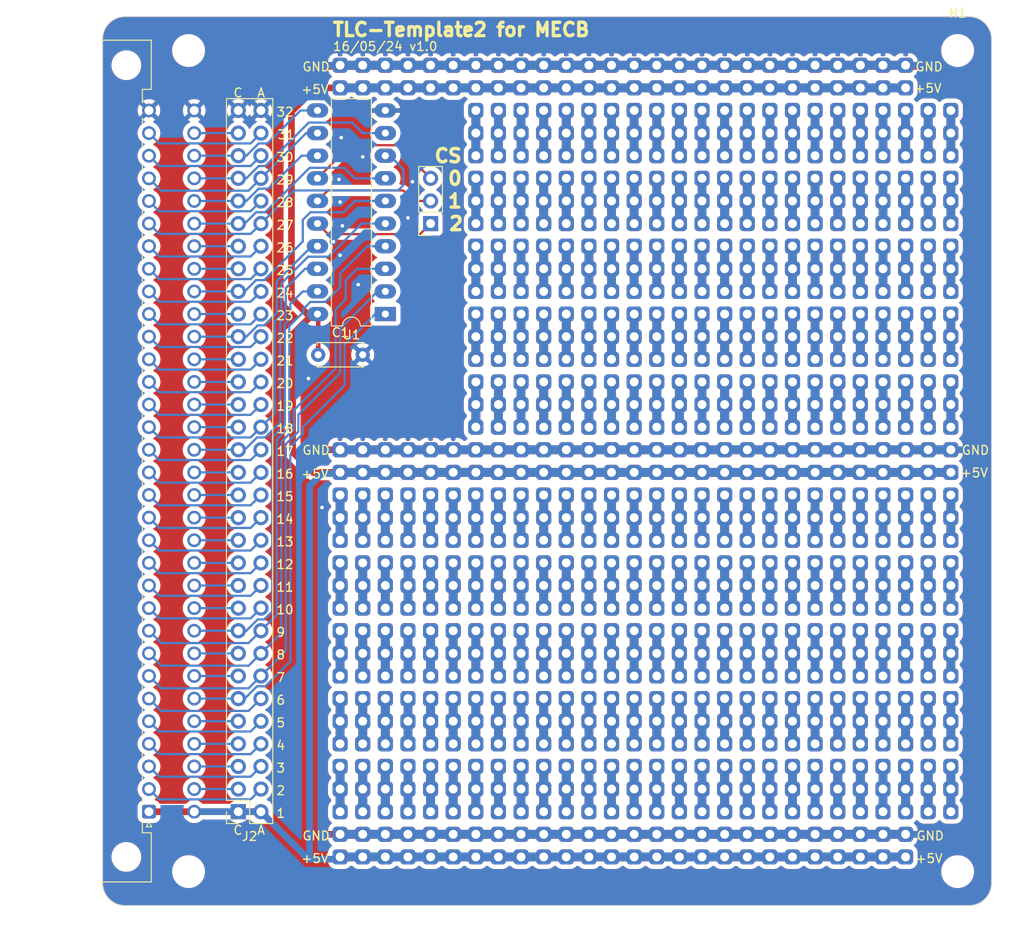
<source format=kicad_pcb>
(kicad_pcb (version 20221018) (generator pcbnew)
  (title_block (title "TLC-Template2 for MECB") (date "16/05/24") (rev "1.0") (company "TLC Stuff"))
  (layers (0 "F.Cu" signal) (31 "B.Cu" signal) (34 "B.Paste" user) (35 "F.Paste" user) (36 "B.SilkS" user "B.Silkscreen") (37 "F.SilkS" user "F.Silkscreen") (38 "B.Mask" user) (39 "F.Mask" user) (44 "Edge.Cuts" user))
  (net 0 "")
  (net 1 "GND")
  (net 2 "+5V")
  (net 3 "ECB_D5")
  (net 4 "ECB_D6")
  (net 5 "ECB_CLK")
  (net 6 "ECB_D3")
  (net 7 "ECB_D4")
  (net 8 "ECB_A2")
  (net 9 "ECB_A4")
  (net 10 "ECB_A5")
  (net 11 "ECB_A6")
  (net 12 "ECB_A14")
  (net 13 "ECB_~{IORQ}")
  (net 14 "ECB_A13")
  (net 15 "ECB_A9")
  (net 16 "ECB_D0")
  (net 17 "ECB_D7")
  (net 18 "ECB_D2")
  (net 19 "ECB_A0")
  (net 20 "ECB_A3")
  (net 21 "ECB_A1")
  (net 22 "ECB_A8")
  (net 23 "ECB_A7")
  (net 24 "ECB_D1")
  (net 25 "ECB_A11")
  (net 26 "ECB_A10")
  (net 27 "ECB_~{NMI}")
  (net 28 "ECB_~{INT}")
  (net 29 "ECB_~{WR}")
  (net 30 "ECB_~{RD}")
  (net 31 "ECB_A12")
  (net 32 "ECB_A15")
  (net 33 "ECB_~{MREQ}")
  (net 34 "ECB_~{RESET}")
  (net 35 "ECB_~{WAIT}")
  (net 36 "ECB_~{BUSRQ}")
  (net 37 "ECB_BA1")
  (net 38 "ECB_DEPR3")
  (net 39 "ECB_A19")
  (net 40 "ECB_DEPR2")
  (net 41 "ECB_A30")
  (net 42 "ECB_BAO")
  (net 43 "ECB_DEPR1")
  (net 44 "ECB_M1")
  (net 45 "ECB_A22")
  (net 46 "ECB_A23")
  (net 47 "ECB_IQ0")
  (net 48 "ECB_VBAT")
  (net 49 "ECB_IQ1")
  (net 50 "ECB_IQ2")
  (net 51 "ECB_~{RFSH}")
  (net 52 "ECB_~{BUSAK}")
  (net 53 "ECB_RESOUT")
  (net 54 "ECB_HALT")
  (net 55 "ECB_A20")
  (net 56 "ECB_A21")
  (net 57 "ECB_IEO")
  (net 58 "ECB_A31")
  (net 59 "ECB_A18")
  (net 60 "ECB_A17")
  (net 61 "ECB_IEI")
  (net 62 "ECB_A16")
  (net 63 "Net-(J9-Pin_1)")
  (net 64 "~{CS2}")
  (net 65 "~{CS1}")
  (net 66 "~{CS0}")
  (footprint "MountingHole:MountingHole_3.2mm_M3" (layer "F.Cu") (at 192.532 50.419)
    (fp_text reference "H1")
    (fp_text value "MountingHole")
  )
  (footprint "MountingHole:MountingHole_3.2mm_M3" (layer "F.Cu") (at 192.532 142.621)
    (fp_text reference "H2" hide)
    (fp_text value "MountingHole")
  )
  (footprint "MountingHole:MountingHole_3.2mm_M3" (layer "F.Cu") (at 106.172 50.419)
    (fp_text reference "H3" hide)
    (fp_text value "MountingHole")
  )
  (footprint "MountingHole:MountingHole_3.2mm_M3" (layer "F.Cu") (at 106.172 142.621)
    (fp_text reference "H4" hide)
    (fp_text value "MountingHole")
  )
  (footprint "Connector_PinSocket_2.54mm:PinSocket_2x32_P2.54mm_Vertical" (layer "F.Cu") (at 111.76 135.89 180)
    (fp_text reference "J2")
    (fp_text value "Conn_02x32_Row_Letter_First")
  )
  (footprint "TLC_Stuff:GRID_15" (layer "F.Cu") (at 143.51 74.93 90)
    (fp_text reference "J9" hide)
    (fp_text value "Conn_01x15" hide)
  )
  (footprint "Connector_PinSocket_2.54mm:PinSocket_1x03_P2.54mm_Vertical" (layer "F.Cu") (at 133.35 69.85 180)
    (fp_text reference "J10" hide)
    (fp_text value "Conn_01x03" hide)
  )
  (footprint "TLC_Stuff:GRID_15" (layer "F.Cu") (at 128.27 118.11 90)
    (fp_text reference "J9" hide)
    (fp_text value "Conn_01x15" hide)
  )
  (footprint "MyCustomFootprintLibrary:DIN41612_C_2x32_C64AC_Male_Horizontal_THT" (layer "F.Cu") (at 101.727 135.89 90)
    (fp_text reference "J1" hide)
    (fp_text value "MECB_64AC")
  )
  (footprint "TLC_Stuff:GRID_26" (layer "F.Cu") (at 146.05 52.07 90)
    (fp_text reference "J3" hide)
    (fp_text value "Conn_01x26" hide)
  )
  (footprint "TLC_Stuff:GRID_15" (layer "F.Cu") (at 153.67 74.93 90)
    (fp_text reference "J9" hide)
    (fp_text value "Conn_01x15" hide)
  )
  (footprint "TLC_Stuff:GRID_28" (layer "F.Cu") (at 148.59 95.25 90)
    (fp_text reference "J8" hide)
    (fp_text value "Conn_01x32" hide)
  )
  (footprint "TLC_Stuff:GRID_15" (layer "F.Cu") (at 163.83 118.11 90)
    (fp_text reference "J9" hide)
    (fp_text value "Conn_01x15" hide)
  )
  (footprint "TLC_Stuff:GRID_15" (layer "F.Cu") (at 186.69 118.11 90)
    (fp_text reference "J9" hide)
    (fp_text value "Conn_01x15" hide)
  )
  (footprint "TLC_Stuff:GRID_15" (layer "F.Cu") (at 179.07 74.93 90)
    (fp_text reference "J9" hide)
    (fp_text value "Conn_01x15" hide)
  )
  (footprint "TLC_Stuff:GRID_28" (layer "F.Cu") (at 148.59 97.79 90)
    (fp_text reference "J7" hide)
    (fp_text value "Conn_01x32" hide)
  )
  (footprint "TLC_Stuff:GRID_15" (layer "F.Cu") (at 138.43 118.11 90)
    (fp_text reference "J9" hide)
    (fp_text value "Conn_01x15" hide)
  )
  (footprint "TLC_Stuff:GRID_15" (layer "F.Cu") (at 146.05 118.11 90)
    (fp_text reference "J9" hide)
    (fp_text value "Conn_01x15" hide)
  )
  (footprint "TLC_Stuff:GRID_15" (layer "F.Cu") (at 166.37 118.11 90)
    (fp_text reference "J9" hide)
    (fp_text value "Conn_01x15" hide)
  )
  (footprint "TLC_Stuff:GRID_15" (layer "F.Cu") (at 153.67 118.11 90)
    (fp_text reference "J9" hide)
    (fp_text value "Conn_01x15" hide)
  )
  (footprint "TLC_Stuff:GRID_15" (layer "F.Cu") (at 189.23 74.93 90)
    (fp_text reference "J9" hide)
    (fp_text value "Conn_01x15" hide)
  )
  (footprint "TLC_Stuff:GRID_15" (layer "F.Cu") (at 140.97 118.11 90)
    (fp_text reference "J9" hide)
    (fp_text value "Conn_01x15" hide)
  )
  (footprint "TLC_Stuff:GRID_15" (layer "F.Cu") (at 130.81 118.11 90)
    (fp_text reference "J9" hide)
    (fp_text value "Conn_01x15" hide)
  )
  (footprint "TLC_Stuff:GRID_15" (layer "F.Cu") (at 143.51 118.11 90)
    (fp_text reference "J9" hide)
    (fp_text value "Conn_01x15" hide)
  )
  (footprint "TLC_Stuff:GRID_15" (layer "F.Cu") (at 181.61 118.11 90)
    (fp_text reference "J9" hide)
    (fp_text value "Conn_01x15" hide)
  )
  (footprint "TLC_Stuff:GRID_15" (layer "F.Cu") (at 171.45 118.11 90)
    (fp_text reference "J9" hide)
    (fp_text value "Conn_01x15" hide)
  )
  (footprint "TLC_Stuff:GRID_15" (layer "F.Cu") (at 176.53 118.11 90)
    (fp_text reference "J9" hide)
    (fp_text value "Conn_01x15" hide)
  )
  (footprint "TLC_Stuff:GRID_15" (layer "F.Cu") (at 191.77 118.11 90)
    (fp_text reference "J9" hide)
    (fp_text value "Conn_01x15" hide)
  )
  (footprint "TLC_Stuff:GRID_15" (layer "F.Cu") (at 158.75 118.11 90)
    (fp_text reference "J9" hide)
    (fp_text value "Conn_01x15" hide)
  )
  (footprint "TLC_Stuff:GRID_15" (layer "F.Cu") (at 173.99 118.11 90)
    (fp_text reference "J9" hide)
    (fp_text value "Conn_01x15" hide)
  )
  (footprint "TLC_Stuff:GRID_15" (layer "F.Cu") (at 138.43 74.93 90)
    (fp_text reference "J9" hide)
    (fp_text value "Conn_01x15" hide)
  )
  (footprint "TLC_Stuff:GRID_15" (layer "F.Cu") (at 166.37 74.93 90)
    (fp_text reference "J9" hide)
    (fp_text value "Conn_01x15" hide)
  )
  (footprint "TLC_Stuff:GRID_15" (layer "F.Cu") (at 191.77 74.93 90)
    (fp_text reference "J9" hide)
    (fp_text value "Conn_01x15" hide)
  )
  (footprint "TLC_Stuff:GRID_15" (layer "F.Cu") (at 179.07 118.11 90)
    (fp_text reference "J9" hide)
    (fp_text value "Conn_01x15" hide)
  )
  (footprint "TLC_Stuff:GRID_15" (layer "F.Cu") (at 176.53 74.93 90)
    (fp_text reference "J9" hide)
    (fp_text value "Conn_01x15" hide)
  )
  (footprint "TLC_Stuff:GRID_15" (layer "F.Cu") (at 186.69 74.93 90)
    (fp_text reference "J9" hide)
    (fp_text value "Conn_01x15" hide)
  )
  (footprint "Capacitor_THT:C_Disc_D5.0mm_W2.5mm_P5.00mm" (layer "F.Cu") (at 120.73 84.582)
    (fp_text reference "C1")
    (fp_text value "100nF")
  )
  (footprint "TLC_Stuff:GRID_26" (layer "F.Cu") (at 146.05 54.61 90)
    (fp_text reference "J5" hide)
    (fp_text value "Conn_01x26" hide)
  )
  (footprint "TLC_Stuff:GRID_15" (layer "F.Cu") (at 146.05 74.93 90)
    (fp_text reference "J9" hide)
    (fp_text value "Conn_01x15" hide)
  )
  (footprint "TLC_Stuff:GRID_15" (layer "F.Cu") (at 135.89 118.11 90)
    (fp_text reference "J9" hide)
    (fp_text value "Conn_01x15" hide)
  )
  (footprint "TLC_Stuff:GRID_15" (layer "F.Cu") (at 168.91 118.11 90)
    (fp_text reference "J9" hide)
    (fp_text value "Conn_01x15" hide)
  )
  (footprint "TLC_Stuff:GRID_15" (layer "F.Cu") (at 163.83 74.93 90)
    (fp_text reference "J9" hide)
    (fp_text value "Conn_01x15" hide)
  )
  (footprint "TLC_Stuff:GRID_15" (layer "F.Cu") (at 151.13 74.93 90)
    (fp_text reference "J9" hide)
    (fp_text value "Conn_01x15" hide)
  )
  (footprint "TLC_Stuff:GRID_15" (layer "F.Cu") (at 184.15 74.93 90)
    (fp_text reference "J9" hide)
    (fp_text value "Conn_01x15" hide)
  )
  (footprint "TLC_Stuff:GRID_15" (layer "F.Cu") (at 168.91 74.93 90)
    (fp_text reference "J9" hide)
    (fp_text value "Conn_01x15" hide)
  )
  (footprint "TLC_Stuff:GRID_15" (layer "F.Cu") (at 123.19 118.11 90)
    (fp_text reference "J9" hide)
    (fp_text value "Conn_01x15" hide)
  )
  (footprint "TLC_Stuff:GRID_15" (layer "F.Cu") (at 173.99 74.93 90)
    (fp_text reference "J9" hide)
    (fp_text value "Conn_01x15" hide)
  )
  (footprint "TLC_Stuff:GRID_15" (layer "F.Cu") (at 171.45 74.93 90)
    (fp_text reference "J9" hide)
    (fp_text value "Conn_01x15" hide)
  )
  (footprint "TLC_Stuff:GRID_15" (layer "F.Cu") (at 161.29 118.11 90)
    (fp_text reference "J9" hide)
    (fp_text value "Conn_01x15" hide)
  )
  (footprint "TLC_Stuff:GRID_15" (layer "F.Cu") (at 181.61 74.93 90)
    (fp_text reference "J9" hide)
    (fp_text value "Conn_01x15" hide)
  )
  (footprint "TLC_Stuff:GRID_15" (layer "F.Cu") (at 156.21 118.11 90)
    (fp_text reference "J9" hide)
    (fp_text value "Conn_01x15" hide)
  )
  (footprint "TLC_Stuff:GRID_15" (layer "F.Cu") (at 125.73 118.11 90)
    (fp_text reference "J9" hide)
    (fp_text value "Conn_01x15" hide)
  )
  (footprint "TLC_Stuff:GRID_15" (layer "F.Cu") (at 184.15 118.11 90)
    (fp_text reference "J9" hide)
    (fp_text value "Conn_01x15" hide)
  )
  (footprint "Package_DIP:DIP-20_W7.62mm_LongPads" (layer "F.Cu") (at 128.27 80.01 180)
    (fp_text reference "U1")
    (fp_text value "GAL16V8")
  )
  (footprint "TLC_Stuff:GRID_15" (layer "F.Cu") (at 161.29 74.93 90)
    (fp_text reference "J9" hide)
    (fp_text value "Conn_01x15" hide)
  )
  (footprint "TLC_Stuff:GRID_15" (layer "F.Cu") (at 151.13 118.11 90)
    (fp_text reference "J9" hide)
    (fp_text value "Conn_01x15" hide)
  )
  (footprint "TLC_Stuff:GRID_15" (layer "F.Cu") (at 133.35 118.11 90)
    (fp_text reference "J9" hide)
    (fp_text value "Conn_01x15" hide)
  )
  (footprint "TLC_Stuff:GRID_15" (layer "F.Cu") (at 140.97 74.93 90)
    (fp_text reference "J9" hide)
    (fp_text value "Conn_01x15" hide)
  )
  (footprint "TLC_Stuff:GRID_15" (layer "F.Cu") (at 156.21 74.93 90)
    (fp_text reference "J9" hide)
    (fp_text value "Conn_01x15" hide)
  )
  (footprint "TLC_Stuff:GRID_15" (layer "F.Cu") (at 158.75 74.93 90)
    (fp_text reference "J9" hide)
    (fp_text value "Conn_01x15" hide)
  )
  (footprint "TLC_Stuff:GRID_26" (layer "F.Cu") (at 146.05 140.97 90)
    (fp_text reference "J6" hide)
    (fp_text value "Conn_01x26" hide)
  )
  (footprint "TLC_Stuff:GRID_15" (layer "F.Cu") (at 148.59 74.93 90)
    (fp_text reference "J9" hide)
    (fp_text value "Conn_01x15" hide)
  )
  (footprint "TLC_Stuff:GRID_15" (layer "F.Cu") (at 189.23 118.11 90)
    (fp_text reference "J9" hide)
    (fp_text value "Conn_01x15" hide)
  )
  (footprint "TLC_Stuff:GRID_26" (layer "F.Cu") (at 146.05 138.43 90)
    (fp_text reference "J4" hide)
    (fp_text value "Conn_01x26" hide)
  )
  (footprint "TLC_Stuff:GRID_15" (layer "F.Cu") (at 148.59 118.11 90)
    (fp_text reference "J9" hide)
    (fp_text value "Conn_01x15" hide)
  )
  (gr_arc (start 196.342 143.891) (mid 195.598051 145.687051) (end 193.802 146.431) (stroke (width 0.1)) (layer "Edge.Cuts"))
  (gr_line (start 193.802 46.609) (end 99.06 46.609) (stroke (width 0.1)) (layer "Edge.Cuts"))
  (gr_arc (start 193.802 46.609) (mid 195.598051 47.352949) (end 196.342 49.149) (stroke (width 0.1)) (layer "Edge.Cuts"))
  (gr_line (start 196.342 143.891) (end 196.342 49.149) (stroke (width 0.1)) (layer "Edge.Cuts"))
  (gr_line (start 99.06 146.431) (end 193.802 146.431) (stroke (width 0.1)) (layer "Edge.Cuts"))
  (gr_arc (start 96.52 49.149) (mid 97.263949 47.352949) (end 99.06 46.609) (stroke (width 0.1)) (layer "Edge.Cuts"))
  (gr_line (start 96.52 49.149) (end 96.52 143.891) (stroke (width 0.1)) (layer "Edge.Cuts"))
  (gr_arc (start 99.06 146.431) (mid 97.263949 145.687051) (end 96.52 143.891) (stroke (width 0.1)) (layer "Edge.Cuts"))
  (gr_text "21" (at 115.951 85.852) (layer "F.SilkS") (effects (font (size 1 1)) (justify left bottom)))
  (gr_text "C" (at 111.125 138.557) (layer "F.SilkS") (effects (font (size 1 1)) (justify left bottom)))
  (gr_text "8" (at 115.951 118.872) (layer "F.SilkS") (effects (font (size 1 1)) (justify left bottom)))
  (gr_text "20" (at 115.951 88.392) (layer "F.SilkS") (effects (font (size 1 1)) (justify left bottom)))
  (gr_text "25" (at 115.951 75.692) (layer "F.SilkS") (effects (font (size 1 1)) (justify left bottom)))
  (gr_text "32" (at 115.951 57.912) (layer "F.SilkS") (effects (font (size 1 1)) (justify left bottom)))
  (gr_text "16/05/24 v1.0" (at 122.301 50.546) (layer "F.SilkS") (effects (font (size 1 1)) (justify left bottom)))
  (gr_text "2" (at 115.951 134.112) (layer "F.SilkS") (effects (font (size 1 1)) (justify left bottom)))
  (gr_text "16" (at 115.951 98.552) (layer "F.SilkS") (effects (font (size 1 1)) (justify left bottom)))
  (gr_text "13" (at 115.951 106.172) (layer "F.SilkS") (effects (font (size 1 1)) (justify left bottom)))
  (gr_text "1" (at 115.951 136.652) (layer "F.SilkS") (effects (font (size 1 1)) (justify left bottom)))
  (gr_text "A" (at 113.792 55.753) (layer "F.SilkS") (effects (font (size 1 1)) (justify left bottom)))
  (gr_text "0" (at 135.128 65.659) (layer "F.SilkS") (effects (font (size 1.5 1.5) (thickness 0.375) bold) (justify left bottom)))
  (gr_text "1" (at 135.128 68.199) (layer "F.SilkS") (effects (font (size 1.5 1.5) (thickness 0.375) bold) (justify left bottom)))
  (gr_text "+5V" (at 187.579 55.245) (layer "F.SilkS") (effects (font (size 1 1)) (justify left bottom)))
  (gr_text "10" (at 115.951 113.792) (layer "F.SilkS") (effects (font (size 1 1)) (justify left bottom)))
  (gr_text "GND" (at 187.706 52.832) (layer "F.SilkS") (effects (font (size 1 1)) (justify left bottom)))
  (gr_text "22" (at 115.951 83.312) (layer "F.SilkS") (effects (font (size 1 1)) (justify left bottom)))
  (gr_text "12" (at 115.951 108.712) (layer "F.SilkS") (effects (font (size 1 1)) (justify left bottom)))
  (gr_text "24" (at 115.951 78.232) (layer "F.SilkS") (effects (font (size 1 1)) (justify left bottom)))
  (gr_text "9" (at 115.951 116.332) (layer "F.SilkS") (effects (font (size 1 1)) (justify left bottom)))
  (gr_text "+5V" (at 118.745 98.552) (layer "F.SilkS") (effects (font (size 1 1)) (justify left bottom)))
  (gr_text "5" (at 115.951 126.492) (layer "F.SilkS") (effects (font (size 1 1)) (justify left bottom)))
  (gr_text "+5V" (at 118.745 141.732) (layer "F.SilkS") (effects (font (size 1 1)) (justify left bottom)))
  (gr_text "A" (at 113.792 138.557) (layer "F.SilkS") (effects (font (size 1 1)) (justify left bottom)))
  (gr_text "TLC-Template2 for MECB" (at 122.174 48.95) (layer "F.SilkS") (effects (font (size 1.5 1.5) (thickness 0.375) bold) (justify left bottom)))
  (gr_text "6" (at 115.951 123.952) (layer "F.SilkS") (effects (font (size 1 1)) (justify left bottom)))
  (gr_text "2" (at 135.255 70.739) (layer "F.SilkS") (effects (font (size 1.5 1.5) (thickness 0.375) bold) (justify left bottom)))
  (gr_text "17" (at 115.951 96.012) (layer "F.SilkS") (effects (font (size 1 1)) (justify left bottom)))
  (gr_text "19" (at 115.951 90.932) (layer "F.SilkS") (effects (font (size 1 1)) (justify left bottom)))
  (gr_text "C" (at 111.125 55.753) (layer "F.SilkS") (effects (font (size 1 1)) (justify left bottom)))
  (gr_text "4" (at 115.951 129.032) (layer "F.SilkS") (effects (font (size 1 1)) (justify left bottom)))
  (gr_text "+5V" (at 118.745 55.372) (layer "F.SilkS") (effects (font (size 1 1)) (justify left bottom)))
  (gr_text "3" (at 115.951 131.572) (layer "F.SilkS") (effects (font (size 1 1)) (justify left bottom)))
  (gr_text "31" (at 116.078 60.452) (layer "F.SilkS") (effects (font (size 1 1)) (justify left bottom)))
  (gr_text "11" (at 115.951 111.252) (layer "F.SilkS") (effects (font (size 1 1)) (justify left bottom)))
  (gr_text "GND" (at 118.872 139.192) (layer "F.SilkS") (effects (font (size 1 1)) (justify left bottom)))
  (gr_text "30" (at 115.951 62.992) (layer "F.SilkS") (effects (font (size 1 1)) (justify left bottom)))
  (gr_text "27" (at 115.951 70.612) (layer "F.SilkS") (effects (font (size 1 1)) (justify left bottom)))
  (gr_text "+5V" (at 192.786 98.425) (layer "F.SilkS") (effects (font (size 1 1)) (justify left bottom)))
  (gr_text "GND" (at 187.833 139.192) (layer "F.SilkS") (effects (font (size 1 1)) (justify left bottom)))
  (gr_text "GND" (at 192.913 95.885) (layer "F.SilkS") (effects (font (size 1 1)) (justify left bottom)))
  (gr_text "28" (at 115.951 68.072) (layer "F.SilkS") (effects (font (size 1 1)) (justify left bottom)))
  (gr_text "18" (at 115.951 93.472) (layer "F.SilkS") (effects (font (size 1 1)) (justify left bottom)))
  (gr_text "29" (at 115.951 65.532) (layer "F.SilkS") (effects (font (size 1 1)) (justify left bottom)))
  (gr_text "+5V" (at 187.706 141.732) (layer "F.SilkS") (effects (font (size 1 1)) (justify left bottom)))
  (gr_text "14" (at 115.951 103.632) (layer "F.SilkS") (effects (font (size 1 1)) (justify left bottom)))
  (gr_text "15" (at 115.951 101.092) (layer "F.SilkS") (effects (font (size 1 1)) (justify left bottom)))
  (gr_text "CS" (at 133.604 63.119) (layer "F.SilkS") (effects (font (size 1.5 1.5) (thickness 0.375) bold) (justify left bottom)))
  (gr_text "7" (at 115.951 121.412) (layer "F.SilkS") (effects (font (size 1 1)) (justify left bottom)))
  (gr_text "23" (at 115.951 80.772) (layer "F.SilkS") (effects (font (size 1 1)) (justify left bottom)))
  (gr_text "GND" (at 118.872 52.832) (layer "F.SilkS") (effects (font (size 1 1)) (justify left bottom)))
  (gr_text "26" (at 115.951 73.152) (layer "F.SilkS") (effects (font (size 1 1)) (justify left bottom)))
  (gr_text "GND" (at 118.872 95.885) (layer "F.SilkS") (effects (font (size 1 1)) (justify left bottom)))
  (segment (start 121.031 138.43) (end 120.904 138.303) (width 0.254) (layer "F.Cu") (net 1))
  (segment (start 189.23 95.25) (end 193.929 95.25) (width 0.75) (layer "F.Cu") (net 1))
  (segment (start 189.103 52.197) (end 189.103 52.451) (width 0.254) (layer "F.Cu") (net 1))
  (segment (start 192.024 138.43) (end 121.031 138.43) (width 0.75) (layer "F.Cu") (net 1))
  (segment (start 120.396 52.197) (end 189.103 52.197) (width 0.75) (layer "F.Cu") (net 1))
  (segment (start 120.904 95.25) (end 120.777 95.123) (width 0.254) (layer "F.Cu") (net 1))
  (segment (start 125.73 95.25) (end 120.904 95.25) (width 0.75) (layer "F.Cu") (net 1))
  (via (at 123.317 60.198) (size 0.8) (drill 0.4) (layers "F.Cu" "B.Cu") (net 1))
  (via (at 119.634 87.249) (size 0.8) (drill 0.4) (layers "F.Cu" "B.Cu") (net 1))
  (via (at 121.158 101.727) (size 0.8) (drill 0.4) (layers "F.Cu" "B.Cu") (net 1))
  (via (at 123.19 73.406) (size 0.8) (drill 0.4) (layers "F.Cu" "B.Cu") (net 1))
  (via (at 123.063 64.897) (size 0.8) (drill 0.4) (layers "F.Cu" "B.Cu") (net 1))
  (via (at 125.222 76.708) (size 0.8) (drill 0.4) (layers "F.Cu" "B.Cu") (net 1))
  (via (at 123.444 70.104) (size 0.8) (drill 0.4) (layers "F.Cu" "B.Cu") (net 1))
  (via (at 130.81 69.215) (size 0.8) (drill 0.4) (layers "F.Cu" "B.Cu") (net 1))
  (via (at 122.428 71.882) (size 0.8) (drill 0.4) (layers "F.Cu" "B.Cu") (net 1))
  (via (at 131.318 65.151) (size 0.8) (drill 0.4) (layers "F.Cu" "B.Cu") (net 1))
  (via (at 125.73 62.357) (size 0.8) (drill 0.4) (layers "F.Cu" "B.Cu") (net 1))
  (via (at 123.19 67.437) (size 0.8) (drill 0.4) (layers "F.Cu" "B.Cu") (net 1))
  (segment (start 121.502791 55.753) (end 115.697 55.753) (width 0.508) (layer "B.Cu") (net 1))
  (segment (start 121.539 52.07) (end 188.849 52.07) (width 0.75) (layer "B.Cu") (net 1))
  (segment (start 111.887 52.07) (end 121.539 52.07) (width 0.508) (layer "B.Cu") (net 1))
  (segment (start 190.5 95.25) (end 193.802 95.25) (width 0.75) (layer "B.Cu") (net 1))
  (segment (start 120.65 52.07) (end 121.539 52.07) (width 0.75) (layer "B.Cu") (net 1))
  (segment (start 188.849 52.07) (end 188.976 51.943) (width 0.254) (layer "B.Cu") (net 1))
  (segment (start 128.27 57.15) (end 122.899791 57.15) (width 0.508) (layer "B.Cu") (net 1))
  (segment (start 122.899791 57.15) (end 121.502791 55.753) (width 0.508) (layer "B.Cu") (net 1))
  (segment (start 106.807 57.15) (end 111.887 52.07) (width 0.508) (layer "B.Cu") (net 1))
  (segment (start 115.697 55.753) (end 114.3 57.15) (width 0.508) (layer "B.Cu") (net 1))
  (segment (start 184.023 138.43) (end 188.849 138.43) (width 0.75) (layer "B.Cu") (net 1))
  (segment (start 120.396 54.61) (end 117.729 57.277) (width 0.75) (layer "F.Cu") (net 2))
  (segment (start 106.807 135.89) (end 111.76 135.89) (width 0.75) (layer "F.Cu") (net 2))
  (segment (start 120.142 80.01) (end 117.856 82.296) (width 0.75) (layer "F.Cu") (net 2))
  (segment (start 120.73 80.09) (end 120.65 80.01) (width 0.508) (layer "F.Cu") (net 2))
  (segment (start 117.729 57.277) (end 117.729 78.232) (width 0.75) (layer "F.Cu") (net 2))
  (segment (start 117.729 78.232) (end 119.507 80.01) (width 0.75) (layer "F.Cu") (net 2))
  (segment (start 120.73 84.582) (end 120.73 80.09) (width 0.508) (layer "F.Cu") (net 2))
  (segment (start 120.396 54.61) (end 122.174 54.61) (width 0.75) (layer "F.Cu") (net 2))
  (segment (start 120.142 97.79) (end 123.19 97.79) (width 0.75) (layer "F.Cu") (net 2))
  (segment (start 120.65 80.01) (end 120.142 80.01) (width 0.75) (layer "F.Cu") (net 2))
  (segment (start 111.76 135.89) (end 114.3 135.89) (width 0.75) (layer "F.Cu") (net 2))
  (segment (start 101.727 135.89) (end 106.807 135.89) (width 0.75) (layer "F.Cu") (net 2))
  (segment (start 119.507 80.01) (end 120.65 80.01) (width 0.75) (layer "F.Cu") (net 2))
  (segment (start 117.856 82.296) (end 117.856 95.504) (width 0.75) (layer "F.Cu") (net 2))
  (segment (start 117.856 95.504) (end 120.142 97.79) (width 0.75) (layer "F.Cu") (net 2))
  (segment (start 114.3 135.89) (end 119.634 141.224) (width 0.75) (layer "B.Cu") (net 2))
  (segment (start 119.761 99.314) (end 121.158 97.917) (width 0.75) (layer "B.Cu") (net 2))
  (segment (start 121.158 97.917) (end 122.047 97.917) (width 0.75) (layer "B.Cu") (net 2))
  (segment (start 119.761 141.224) (end 119.761 99.314) (width 0.75) (layer "B.Cu") (net 2))
  (segment (start 122.047 97.917) (end 122.174 97.917) (width 0.75) (layer "B.Cu") (net 2))
  (segment (start 119.761 141.224) (end 122.307 141.224) (width 0.75) (layer "B.Cu") (net 2))
  (segment (start 106.807 135.89) (end 114.3 135.89) (width 0.75) (layer "B.Cu") (net 2))
  (segment (start 119.634 141.224) (end 119.761 141.224) (width 0.75) (layer "B.Cu") (net 2))
  (segment (start 101.727 133.35) (end 102.883 134.506) (width 0.254) (layer "B.Cu") (net 3))
  (segment (start 102.883 134.506) (end 113.144 134.506) (width 0.254) (layer "B.Cu") (net 3))
  (segment (start 113.144 134.506) (end 114.3 133.35) (width 0.254) (layer "B.Cu") (net 3))
  (segment (start 113.144 131.966) (end 114.3 130.81) (width 0.254) (layer "B.Cu") (net 4))
  (segment (start 101.727 130.81) (end 102.883 131.966) (width 0.254) (layer "B.Cu") (net 4))
  (segment (start 102.883 131.966) (end 113.144 131.966) (width 0.254) (layer "B.Cu") (net 4))
  (segment (start 124.549 58.509) (end 125.73 59.69) (width 0.254) (layer "B.Cu") (net 5))
  (segment (start 111.76 64.77) (end 106.807 64.77) (width 0.254) (layer "B.Cu") (net 5))
  (segment (start 119.672 58.509) (end 124.549 58.509) (width 0.254) (layer "B.Cu") (net 5))
  (segment (start 125.73 59.69) (end 128.27 59.69) (width 0.254) (layer "B.Cu") (net 5))
  (segment (start 114.795 63.386) (end 119.672 58.509) (width 0.254) (layer "B.Cu") (net 5))
  (segment (start 112.665169 64.77) (end 114.049169 63.386) (width 0.254) (layer "B.Cu") (net 5))
  (segment (start 111.76 64.77) (end 112.665169 64.77) (width 0.254) (layer "B.Cu") (net 5))
  (segment (start 114.049169 63.386) (end 114.795 63.386) (width 0.254) (layer "B.Cu") (net 5))
  (segment (start 101.727 128.27) (end 102.883 129.426) (width 0.254) (layer "B.Cu") (net 6))
  (segment (start 113.144 129.426) (end 114.3 128.27) (width 0.254) (layer "B.Cu") (net 6))
  (segment (start 102.883 129.426) (end 113.144 129.426) (width 0.254) (layer "B.Cu") (net 6))
  (segment (start 102.883 126.886) (end 113.144 126.886) (width 0.254) (layer "B.Cu") (net 7))
  (segment (start 113.144 126.886) (end 114.3 125.73) (width 0.254) (layer "B.Cu") (net 7))
  (segment (start 101.727 125.73) (end 102.883 126.886) (width 0.254) (layer "B.Cu") (net 7))
  (segment (start 101.727 123.19) (end 103.111 124.574) (width 0.254) (layer "B.Cu") (net 8))
  (segment (start 103.111 124.574) (end 112.916 124.574) (width 0.254) (layer "B.Cu") (net 8))
  (segment (start 112.916 124.574) (end 114.3 123.19) (width 0.254) (layer "B.Cu") (net 8))
  (segment (start 118.502836 93.206164) (end 118.502836 91.313) (width 0.254) (layer "B.Cu") (net 9))
  (segment (start 123.19 81.661) (end 127.381 77.47) (width 0.254) (layer "B.Cu") (net 9))
  (segment (start 117.094 94.615) (end 118.502836 93.206164) (width 0.254) (layer "B.Cu") (net 9))
  (segment (start 114.3 120.65) (end 117.094 117.856) (width 0.254) (layer "B.Cu") (net 9))
  (segment (start 118.502836 91.313) (end 123.19 86.625836) (width 0.254) (layer "B.Cu") (net 9))
  (segment (start 101.727 120.65) (end 103.111 122.034) (width 0.254) (layer "B.Cu") (net 9))
  (segment (start 103.111 122.034) (end 112.916 122.034) (width 0.254) (layer "B.Cu") (net 9))
  (segment (start 117.094 117.856) (end 117.094 94.615) (width 0.254) (layer "B.Cu") (net 9))
  (segment (start 112.916 122.034) (end 114.3 120.65) (width 0.254) (layer "B.Cu") (net 9))
  (segment (start 123.19 86.625836) (end 123.19 81.661) (width 0.254) (layer "B.Cu") (net 9))
  (segment (start 127.381 77.47) (end 128.27 77.47) (width 0.254) (layer "B.Cu") (net 9))
  (segment (start 117.994836 90.805) (end 122.682 86.117836) (width 0.254) (layer "B.Cu") (net 10))
  (segment (start 112.916 119.494) (end 114.3 118.11) (width 0.254) (layer "B.Cu") (net 10))
  (segment (start 114.3 118.11) (end 116.586 115.824) (width 0.254) (layer "B.Cu") (net 10))
  (segment (start 123.825 76.2) (end 125.095 74.93) (width 0.254) (layer "B.Cu") (net 10))
  (segment (start 116.586 94.361) (end 117.994836 92.952164) (width 0.254) (layer "B.Cu") (net 10))
  (segment (start 122.682 86.117836) (end 122.682 79.502) (width 0.254) (layer "B.Cu") (net 10))
  (segment (start 117.994836 92.952164) (end 117.994836 90.805) (width 0.254) (layer "B.Cu") (net 10))
  (segment (start 122.682 79.502) (end 123.825 78.359) (width 0.254) (layer "B.Cu") (net 10))
  (segment (start 125.095 74.93) (end 128.27 74.93) (width 0.254) (layer "B.Cu") (net 10))
  (segment (start 116.586 115.824) (end 116.586 94.361) (width 0.254) (layer "B.Cu") (net 10))
  (segment (start 101.727 118.11) (end 103.111 119.494) (width 0.254) (layer "B.Cu") (net 10))
  (segment (start 103.111 119.494) (end 112.916 119.494) (width 0.254) (layer "B.Cu") (net 10))
  (segment (start 123.825 78.359) (end 123.825 76.2) (width 0.254) (layer "B.Cu") (net 10))
  (segment (start 121.539186 78.651) (end 123.19 77.000186) (width 0.254) (layer "B.Cu") (net 11))
  (segment (start 119.069 79.781256) (end 119.069 79.432) (width 0.254) (layer "B.Cu") (net 11))
  (segment (start 116.078 113.792) (end 116.078 94.107) (width 0.254) (layer "B.Cu") (net 11))
  (segment (start 119.069 79.432) (end 119.85 78.651) (width 0.254) (layer "B.Cu") (net 11))
  (segment (start 103.111 116.954) (end 112.916 116.954) (width 0.254) (layer "B.Cu") (net 11))
  (segment (start 126.238 72.39) (end 128.27 72.39) (width 0.254) (layer "B.Cu") (net 11))
  (segment (start 119.85 78.651) (end 121.539186 78.651) (width 0.254) (layer "B.Cu") (net 11))
  (segment (start 117.486836 92.698164) (end 117.486835 81.363421) (width 0.254) (layer "B.Cu") (net 11))
  (segment (start 101.727 115.57) (end 103.111 116.954) (width 0.254) (layer "B.Cu") (net 11))
  (segment (start 123.19 77.000186) (end 123.19 75.438) (width 0.254) (layer "B.Cu") (net 11))
  (segment (start 116.078 94.107) (end 117.486836 92.698164) (width 0.254) (layer "B.Cu") (net 11))
  (segment (start 117.486835 81.363421) (end 119.069 79.781256) (width 0.254) (layer "B.Cu") (net 11))
  (segment (start 123.19 75.438) (end 126.238 72.39) (width 0.254) (layer "B.Cu") (net 11))
  (segment (start 114.3 115.57) (end 116.078 113.792) (width 0.254) (layer "B.Cu") (net 11))
  (segment (start 112.916 116.954) (end 114.3 115.57) (width 0.254) (layer "B.Cu") (net 11))
  (segment (start 119.596 73.571) (end 121.882 73.571) (width 0.254) (layer "B.Cu") (net 12))
  (segment (start 115.857626 91.152374) (end 115.857626 80.805625) (width 0.254) (layer "B.Cu") (net 12))
  (segment (start 101.727 92.71) (end 102.883 93.866) (width 0.254) (layer "B.Cu") (net 12))
  (segment (start 115.857626 80.805625) (end 116.586 80.077251) (width 0.254) (layer "B.Cu") (net 12))
  (segment (start 125.603 69.85) (end 128.27 69.85) (width 0.254) (layer "B.Cu") (net 12))
  (segment (start 114.3 92.71) (end 115.857626 91.152374) (width 0.254) (layer "B.Cu") (net 12))
  (segment (start 121.882 73.571) (end 125.603 69.85) (width 0.254) (layer "B.Cu") (net 12))
  (segment (start 116.586 76.581) (end 119.596 73.571) (width 0.254) (layer "B.Cu") (net 12))
  (segment (start 113.144 93.866) (end 114.3 92.71) (width 0.254) (layer "B.Cu") (net 12))
  (segment (start 102.883 93.866) (end 113.144 93.866) (width 0.254) (layer "B.Cu") (net 12))
  (segment (start 116.586 80.077251) (end 116.586 76.581) (width 0.254) (layer "B.Cu") (net 12))
  (segment (start 128.778 62.23) (end 128.27 62.23) (width 0.254) (layer "B.Cu") (net 13))
  (segment (start 130.302 65.532) (end 130.302 63.754) (width 0.254) (layer "B.Cu") (net 13))
  (segment (start 113.144 71.006) (end 114.3 69.85) (width 0.254) (layer "B.Cu") (net 13))
  (segment (start 129.705 66.129) (end 130.302 65.532) (width 0.254) (layer "B.Cu") (net 13))
  (segment (start 130.302 63.754) (end 128.778 62.23) (width 0.254) (layer "B.Cu") (net 13))
  (segment (start 114.3 69.85) (end 118.021 66.129) (width 0.254) (layer "B.Cu") (net 13))
  (segment (start 101.727 69.85) (end 102.883 71.006) (width 0.254) (layer "B.Cu") (net 13))
  (segment (start 118.021 66.129) (end 129.705 66.129) (width 0.254) (layer "B.Cu") (net 13))
  (segment (start 102.883 71.006) (end 113.144 71.006) (width 0.254) (layer "B.Cu") (net 13))
  (segment (start 114.3 64.77) (end 119.38 59.69) (width 0.254) (layer "B.Cu") (net 14))
  (segment (start 119.38 59.69) (end 120.65 59.69) (width 0.254) (layer "B.Cu") (net 14))
  (segment (start 101.727 64.77) (end 103.111 66.154) (width 0.254) (layer "B.Cu") (net 14))
  (segment (start 103.111 66.154) (end 112.916 66.154) (width 0.254) (layer "B.Cu") (net 14))
  (segment (start 112.916 66.154) (end 114.3 64.77) (width 0.254) (layer "B.Cu") (net 14))
  (segment (start 102.883 63.386) (end 113.144 63.386) (width 0.254) (layer "B.Cu") (net 15))
  (segment (start 101.727 62.23) (end 102.883 63.386) (width 0.254) (layer "B.Cu") (net 15))
  (segment (start 113.144 63.386) (end 114.3 62.23) (width 0.254) (layer "B.Cu") (net 15))
  (segment (start 111.76 133.35) (end 106.807 133.35) (width 0.254) (layer "B.Cu") (net 16))
  (segment (start 106.807 130.81) (end 111.76 130.81) (width 0.254) (layer "B.Cu") (net 17))
  (segment (start 111.76 128.27) (end 106.807 128.27) (width 0.254) (layer "B.Cu") (net 18))
  (segment (start 106.807 125.73) (end 111.76 125.73) (width 0.254) (layer "B.Cu") (net 19))
  (segment (start 117.602 118.999) (end 117.602 94.869) (width 0.254) (layer "B.Cu") (net 20))
  (segment (start 123.698 83.439) (end 127.127 80.01) (width 0.254) (layer "B.Cu") (net 20))
  (segment (start 127.127 80.01) (end 128.27 80.01) (width 0.254) (layer "B.Cu") (net 20))
  (segment (start 123.698 88.022836) (end 123.698 83.439) (width 0.254) (layer "B.Cu") (net 20))
  (segment (start 113.86242 121.806) (end 114.795 121.806) (width 0.254) (layer "B.Cu") (net 20))
  (segment (start 119.010836 93.460164) (end 119.010836 92.71) (width 0.254) (layer "B.Cu") (net 20))
  (segment (start 119.010836 92.71) (end 123.698 88.022836) (width 0.254) (layer "B.Cu") (net 20))
  (segment (start 117.602 94.869) (end 119.010836 93.460164) (width 0.254) (layer "B.Cu") (net 20))
  (segment (start 114.795 121.806) (end 117.602 118.999) (width 0.254) (layer "B.Cu") (net 20))
  (segment (start 111.76 123.19) (end 106.807 123.19) (width 0.254) (layer "B.Cu") (net 20))
  (segment (start 111.76 123.19) (end 112.47842 123.19) (width 0.254) (layer "B.Cu") (net 20))
  (segment (start 112.47842 123.19) (end 113.86242 121.806) (width 0.254) (layer "B.Cu") (net 20))
  (segment (start 106.807 120.65) (end 111.76 120.65) (width 0.254) (layer "B.Cu") (net 21))
  (segment (start 111.76 118.11) (end 106.807 118.11) (width 0.254) (layer "B.Cu") (net 22))
  (segment (start 116.978836 81.153) (end 117.602 80.529836) (width 0.254) (layer "B.Cu") (net 23))
  (segment (start 115.57 113.411) (end 115.57 93.853) (width 0.254) (layer "B.Cu") (net 23))
  (segment (start 117.602 80.529836) (end 117.602 78.867) (width 0.254) (layer "B.Cu") (net 23))
  (segment (start 117.602 78.867) (end 118.999 77.47) (width 0.254) (layer "B.Cu") (net 23))
  (segment (start 115.57 93.853) (end 116.978836 92.444164) (width 0.254) (layer "B.Cu") (net 23))
  (segment (start 114.681 114.3) (end 115.57 113.411) (width 0.254) (layer "B.Cu") (net 23))
  (segment (start 118.999 77.47) (end 120.65 77.47) (width 0.254) (layer "B.Cu") (net 23))
  (segment (start 113.935169 114.3) (end 114.681 114.3) (width 0.254) (layer "B.Cu") (net 23))
  (segment (start 111.76 115.57) (end 112.665169 115.57) (width 0.254) (layer "B.Cu") (net 23))
  (segment (start 116.978836 92.444164) (end 116.978836 81.153) (width 0.254) (layer "B.Cu") (net 23))
  (segment (start 106.807 115.57) (end 111.76 115.57) (width 0.254) (layer "B.Cu") (net 23))
  (segment (start 112.665169 115.57) (end 113.935169 114.3) (width 0.254) (layer "B.Cu") (net 23))
  (segment (start 106.807 102.87) (end 111.76 102.87) (width 0.254) (layer "B.Cu") (net 24))
  (segment (start 106.807 95.25) (end 111.76 95.25) (width 0.254) (layer "B.Cu") (net 25))
  (segment (start 117.094 80.287671) (end 117.094 77.089) (width 0.254) (layer "B.Cu") (net 25))
  (segment (start 112.47842 95.25) (end 113.86242 93.866) (width 0.254) (layer "B.Cu") (net 25))
  (segment (start 117.094 77.089) (end 119.253 74.93) (width 0.254) (layer "B.Cu") (net 25))
  (segment (start 111.76 95.25) (end 112.47842 95.25) (width 0.254) (layer "B.Cu") (net 25))
  (segment (start 116.470836 80.910835) (end 117.094 80.287671) (width 0.254) (layer "B.Cu") (net 25))
  (segment (start 119.253 74.93) (end 120.65 74.93) (width 0.254) (layer "B.Cu") (net 25))
  (segment (start 113.86242 93.866) (end 114.778831 93.866) (width 0.254) (layer "B.Cu") (net 25))
  (segment (start 116.470836 92.173995) (end 116.470836 80.910835) (width 0.254) (layer "B.Cu") (net 25))
  (segment (start 114.778831 93.866) (end 116.470836 92.173995) (width 0.254) (layer "B.Cu") (net 25))
  (segment (start 111.76 92.71) (end 106.807 92.71) (width 0.254) (layer "B.Cu") (net 26))
  (segment (start 111.76 87.63) (end 106.807 87.63) (width 0.254) (layer "B.Cu") (net 27))
  (segment (start 106.807 85.09) (end 111.76 85.09) (width 0.254) (layer "B.Cu") (net 28))
  (segment (start 114.664831 81.28) (end 116.078 79.866831) (width 0.254) (layer "B.Cu") (net 29))
  (segment (start 120.015 72.39) (end 120.65 72.39) (width 0.254) (layer "B.Cu") (net 29))
  (segment (start 111.76 82.55) (end 106.807 82.55) (width 0.254) (layer "B.Cu") (net 29))
  (segment (start 113.935169 81.28) (end 114.664831 81.28) (width 0.254) (layer "B.Cu") (net 29))
  (segment (start 112.665169 82.55) (end 113.935169 81.28) (width 0.254) (layer "B.Cu") (net 29))
  (segment (start 111.76 82.55) (end 112.665169 82.55) (width 0.254) (layer "B.Cu") (net 29))
  (segment (start 116.078 76.327) (end 120.015 72.39) (width 0.254) (layer "B.Cu") (net 29))
  (segment (start 116.078 79.866831) (end 116.078 76.327) (width 0.254) (layer "B.Cu") (net 29))
  (segment (start 112.47842 77.47) (end 113.74842 76.2) (width 0.254) (layer "B.Cu") (net 30))
  (segment (start 111.76 77.47) (end 106.807 77.47) (width 0.254) (layer "B.Cu") (net 30))
  (segment (start 114.664831 76.2) (end 118.999 71.865831) (width 0.254) (layer "B.Cu") (net 30))
  (segment (start 119.849814 68.58) (end 123.571 68.58) (width 0.254) (layer "B.Cu") (net 30))
  (segment (start 113.74842 76.2) (end 114.664831 76.2) (width 0.254) (layer "B.Cu") (net 30))
  (segment (start 124.841 67.31) (end 128.27 67.31) (width 0.254) (layer "B.Cu") (net 30))
  (segment (start 111.76 77.47) (end 112.47842 77.47) (width 0.254) (layer "B.Cu") (net 30))
  (segment (start 118.999 71.865831) (end 118.999 69.430814) (width 0.254) (layer "B.Cu") (net 30))
  (segment (start 118.999 69.430814) (end 119.849814 68.58) (width 0.254) (layer "B.Cu") (net 30))
  (segment (start 123.571 68.58) (end 124.841 67.31) (width 0.254) (layer "B.Cu") (net 30))
  (segment (start 123.66 63.589) (end 124.841 64.77) (width 0.254) (layer "B.Cu") (net 31))
  (segment (start 112.47842 69.85) (end 113.74842 68.58) (width 0.254) (layer "B.Cu") (net 31))
  (segment (start 124.841 64.77) (end 128.27 64.77) (width 0.254) (layer "B.Cu") (net 31))
  (segment (start 114.769814 68.58) (end 119.760814 63.589) (width 0.254) (layer "B.Cu") (net 31))
  (segment (start 119.760814 63.589) (end 123.66 63.589) (width 0.254) (layer "B.Cu") (net 31))
  (segment (start 106.807 69.85) (end 111.76 69.85) (width 0.254) (layer "B.Cu") (net 31))
  (segment (start 113.74842 68.58) (end 114.769814 68.58) (width 0.254) (layer "B.Cu") (net 31))
  (segment (start 111.76 69.85) (end 112.47842 69.85) (width 0.254) (layer "B.Cu") (net 31))
  (segment (start 112.665169 67.31) (end 114.049169 65.926) (width 0.254) (layer "B.Cu") (net 32))
  (segment (start 118.872 62.23) (end 120.65 62.23) (width 0.254) (layer "B.Cu") (net 32))
  (segment (start 115.176 65.926) (end 118.872 62.23) (width 0.254) (layer "B.Cu") (net 32))
  (segment (start 114.049169 65.926) (end 115.176 65.926) (width 0.254) (layer "B.Cu") (net 32))
  (segment (start 106.807 67.31) (end 111.76 67.31) (width 0.254) (layer "B.Cu") (net 32))
  (segment (start 111.76 67.31) (end 112.665169 67.31) (width 0.254) (layer "B.Cu") (net 32))
  (segment (start 111.76 62.23) (end 112.665169 62.23) (width 0.254) (layer "B.Cu") (net 33))
  (segment (start 114.049169 60.846) (end 115.049 60.846) (width 0.254) (layer "B.Cu") (net 33))
  (segment (start 115.049 60.846) (end 118.745 57.15) (width 0.254) (layer "B.Cu") (net 33))
  (segment (start 118.745 57.15) (end 120.65 57.15) (width 0.254) (layer "B.Cu") (net 33))
  (segment (start 106.807 62.23) (end 111.76 62.23) (width 0.254) (layer "B.Cu") (net 33))
  (segment (start 112.665169 62.23) (end 114.049169 60.846) (width 0.254) (layer "B.Cu") (net 33))
  (segment (start 106.807 59.69) (end 111.76 59.69) (width 0.254) (layer "B.Cu") (net 34))
  (segment (start 113.144 114.186) (end 114.3 113.03) (width 0.254) (layer "B.Cu") (net 35))
  (segment (start 102.883 114.186) (end 113.144 114.186) (width 0.254) (layer "B.Cu") (net 35))
  (segment (start 101.727 113.03) (end 102.883 114.186) (width 0.254) (layer "B.Cu") (net 35))
  (segment (start 101.727 110.49) (end 102.883 111.646) (width 0.254) (layer "B.Cu") (net 36))
  (segment (start 102.883 111.646) (end 113.144 111.646) (width 0.254) (layer "B.Cu") (net 36))
  (segment (start 113.144 111.646) (end 114.3 110.49) (width 0.254) (layer "B.Cu") (net 36))
  (segment (start 102.883 109.106) (end 113.144 109.106) (width 0.254) (layer "B.Cu") (net 37))
  (segment (start 113.144 109.106) (end 114.3 107.95) (width 0.254) (layer "B.Cu") (net 37))
  (segment (start 101.727 107.95) (end 102.883 109.106) (width 0.254) (layer "B.Cu") (net 37))
  (segment (start 113.144 106.566) (end 114.3 105.41) (width 0.254) (layer "B.Cu") (net 38))
  (segment (start 101.727 105.41) (end 102.883 106.566) (width 0.254) (layer "B.Cu") (net 38))
  (segment (start 102.883 106.566) (end 113.144 106.566) (width 0.254) (layer "B.Cu") (net 38))
  (segment (start 101.727 102.87) (end 102.883 104.026) (width 0.254) (layer "B.Cu") (net 39))
  (segment (start 113.144 104.026) (end 114.3 102.87) (width 0.254) (layer "B.Cu") (net 39))
  (segment (start 102.883 104.026) (end 113.144 104.026) (width 0.254) (layer "B.Cu") (net 39))
  (segment (start 114.3 100.33) (end 113.144 101.486) (width 0.254) (layer "B.Cu") (net 40))
  (segment (start 113.144 101.486) (end 102.883 101.486) (width 0.254) (layer "B.Cu") (net 40))
  (segment (start 102.883 101.486) (end 101.727 100.33) (width 0.254) (layer "B.Cu") (net 40))
  (segment (start 114.3 97.79) (end 113.144 98.946) (width 0.254) (layer "B.Cu") (net 41))
  (segment (start 113.144 98.946) (end 102.883 98.946) (width 0.254) (layer "B.Cu") (net 41))
  (segment (start 102.883 98.946) (end 101.727 97.79) (width 0.254) (layer "B.Cu") (net 41))
  (segment (start 102.883 96.406) (end 101.727 95.25) (width 0.254) (layer "B.Cu") (net 42))
  (segment (start 113.144 96.406) (end 102.883 96.406) (width 0.254) (layer "B.Cu") (net 42))
  (segment (start 114.3 95.25) (end 113.144 96.406) (width 0.254) (layer "B.Cu") (net 42))
  (segment (start 114.3 90.17) (end 113.144 91.326) (width 0.254) (layer "B.Cu") (net 43))
  (segment (start 102.883 91.326) (end 101.727 90.17) (width 0.254) (layer "B.Cu") (net 43))
  (segment (start 113.144 91.326) (end 102.883 91.326) (width 0.254) (layer "B.Cu") (net 43))
  (segment (start 113.144 88.786) (end 114.3 87.63) (width 0.254) (layer "B.Cu") (net 44))
  (segment (start 101.727 87.63) (end 102.883 88.786) (width 0.254) (layer "B.Cu") (net 44))
  (segment (start 102.883 88.786) (end 113.144 88.786) (width 0.254) (layer "B.Cu") (net 44))
  (segment (start 113.144 86.246) (end 102.883 86.246) (width 0.254) (layer "B.Cu") (net 45))
  (segment (start 114.3 85.09) (end 113.144 86.246) (width 0.254) (layer "B.Cu") (net 45))
  (segment (start 102.883 86.246) (end 101.727 85.09) (width 0.254) (layer "B.Cu") (net 45))
  (segment (start 102.883 83.706) (end 113.144 83.706) (width 0.254) (layer "B.Cu") (net 46))
  (segment (start 113.144 83.706) (end 114.3 82.55) (width 0.254) (layer "B.Cu") (net 46))
  (segment (start 101.727 82.55) (end 102.883 83.706) (width 0.254) (layer "B.Cu") (net 46))
  (segment (start 101.727 80.01) (end 102.883 81.166) (width 0.254) (layer "B.Cu") (net 47))
  (segment (start 113.144 81.166) (end 114.3 80.01) (width 0.254) (layer "B.Cu") (net 47))
  (segment (start 102.883 81.166) (end 113.144 81.166) (width 0.254) (layer "B.Cu") (net 47))
  (segment (start 102.883 78.626) (end 113.144 78.626) (width 0.254) (layer "B.Cu") (net 48))
  (segment (start 113.144 78.626) (end 114.3 77.47) (width 0.254) (layer "B.Cu") (net 48))
  (segment (start 101.727 77.47) (end 102.883 78.626) (width 0.254) (layer "B.Cu") (net 48))
  (segment (start 102.883 76.086) (end 101.727 74.93) (width 0.254) (layer "B.Cu") (net 49))
  (segment (start 114.3 74.93) (end 113.144 76.086) (width 0.254) (layer "B.Cu") (net 49))
  (segment (start 113.144 76.086) (end 102.883 76.086) (width 0.254) (layer "B.Cu") (net 49))
  (segment (start 101.727 72.39) (end 102.883 73.546) (width 0.254) (layer "B.Cu") (net 50))
  (segment (start 102.883 73.546) (end 113.144 73.546) (width 0.254) (layer "B.Cu") (net 50))
  (segment (start 113.144 73.546) (end 114.3 72.39) (width 0.254) (layer "B.Cu") (net 50))
  (segment (start 113.144 68.466) (end 114.3 67.31) (width 0.254) (layer "B.Cu") (net 51))
  (segment (start 101.727 67.31) (end 102.883 68.466) (width 0.254) (layer "B.Cu") (net 51))
  (segment (start 102.883 68.466) (end 113.144 68.466) (width 0.254) (layer "B.Cu") (net 51))
  (segment (start 113.144 60.846) (end 114.3 59.69) (width 0.254) (layer "B.Cu") (net 52))
  (segment (start 102.883 60.846) (end 113.144 60.846) (width 0.254) (layer "B.Cu") (net 52))
  (segment (start 101.727 59.69) (end 102.883 60.846) (width 0.254) (layer "B.Cu") (net 52))
  (segment (start 111.76 72.39) (end 106.807 72.39) (width 0.254) (layer "B.Cu") (net 53))
  (segment (start 106.807 74.93) (end 111.76 74.93) (width 0.254) (layer "B.Cu") (net 54))
  (segment (start 111.76 80.01) (end 106.807 80.01) (width 0.254) (layer "B.Cu") (net 55))
  (segment (start 106.807 90.17) (end 111.76 90.17) (width 0.254) (layer "B.Cu") (net 56))
  (segment (start 111.76 97.79) (end 106.807 97.79) (width 0.254) (layer "B.Cu") (net 57))
  (segment (start 106.807 100.33) (end 111.76 100.33) (width 0.254) (layer "B.Cu") (net 58))
  (segment (start 111.76 105.41) (end 106.807 105.41) (width 0.254) (layer "B.Cu") (net 59))
  (segment (start 111.76 107.95) (end 106.807 107.95) (width 0.254) (layer "B.Cu") (net 60))
  (segment (start 111.76 110.49) (end 106.807 110.49) (width 0.254) (layer "B.Cu") (net 61))
  (segment (start 111.76 113.03) (end 106.807 113.03) (width 0.254) (layer "B.Cu") (net 62))
  (segment (start 132.169 71.031) (end 133.35 69.85) (width 0.254) (layer "F.Cu") (net 64))
  (segment (start 120.65 69.85) (end 121.831 71.031) (width 0.254) (layer "F.Cu") (net 64))
  (segment (start 121.831 71.031) (end 132.169 71.031) (width 0.254) (layer "F.Cu") (net 64))
  (segment (start 121.831 66.129) (end 130.264 66.129) (width 0.254) (layer "F.Cu") (net 65))
  (segment (start 120.65 67.31) (end 121.831 66.129) (width 0.254) (layer "F.Cu") (net 65))
  (segment (start 131.445 67.31) (end 133.35 67.31) (width 0.254) (layer "F.Cu") (net 65))
  (segment (start 130.264 66.129) (end 131.445 67.31) (width 0.254) (layer "F.Cu") (net 65))
  (segment (start 120.65 64.77) (end 124.371 61.049) (width 0.254) (layer "F.Cu") (net 66))
  (segment (start 124.371 61.049) (end 129.629 61.049) (width 0.254) (layer "F.Cu") (net 66))
  (segment (start 129.629 61.049) (end 133.35 64.77) (width 0.254) (layer "F.Cu") (net 66))
  (zone (net 1) (net_name "GND") (layers "F&B.Cu") (connect_pads (clearance 0.508)) (min_thickness 0.25) (fill yes (thermal_gap 0.5) (thermal_bridge_width 0.5))
    (polygon (pts (xy 85 45) (xy 200 45) (xy 200 150) (xy 85 150)))
  )
)
</source>
